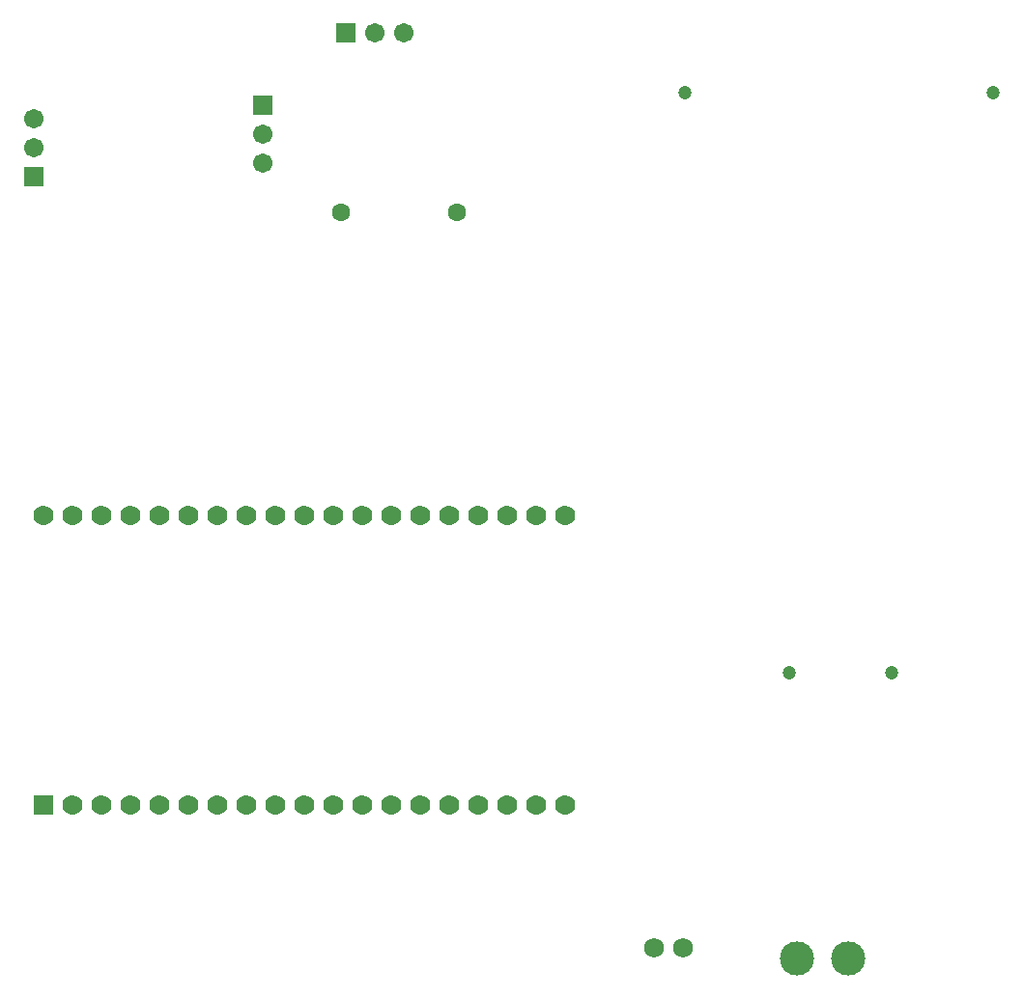
<source format=gbr>
%TF.GenerationSoftware,Altium Limited,Altium Designer,21.5.1 (32)*%
G04 Layer_Color=16711935*
%FSLAX45Y45*%
%MOMM*%
%TF.SameCoordinates,A9F9FA6B-86CD-4015-A2B0-A9C131C7035F*%
%TF.FilePolarity,Negative*%
%TF.FileFunction,Soldermask,Bot*%
%TF.Part,Single*%
G01*
G75*
%TA.AperFunction,ComponentPad*%
%ADD22C,1.20320*%
%ADD23C,3.00320*%
%ADD24C,1.72720*%
%ADD25R,1.70320X1.70320*%
%ADD26C,1.70320*%
%ADD27R,1.70320X1.70320*%
%ADD28R,1.76320X1.76320*%
%ADD29C,1.76320*%
%ADD30C,1.60320*%
D22*
X14994780Y5895380D02*
D03*
X14094780D02*
D03*
X15887700Y10985500D02*
D03*
X13187700D02*
D03*
D23*
X14166901Y3390900D02*
D03*
X14617700D02*
D03*
D24*
X13169901Y3479800D02*
D03*
X12915900D02*
D03*
D25*
X7480300Y10248900D02*
D03*
X9486900Y10871200D02*
D03*
D26*
X7480300Y10502900D02*
D03*
Y10756900D02*
D03*
X10464800Y11506200D02*
D03*
X10718800D02*
D03*
X9486900Y10617200D02*
D03*
Y10363200D02*
D03*
D27*
X10210800Y11506200D02*
D03*
D28*
X7561700Y4737100D02*
D03*
D29*
X7815700D02*
D03*
X12133700D02*
D03*
X8069700D02*
D03*
X8323700D02*
D03*
X8577700D02*
D03*
X8831700D02*
D03*
X9085700D02*
D03*
X9339700D02*
D03*
X9593700D02*
D03*
X9847700D02*
D03*
X10101700D02*
D03*
X10355700D02*
D03*
X10609700D02*
D03*
X10863700D02*
D03*
X11117700D02*
D03*
X11371700D02*
D03*
X11625700D02*
D03*
X11879700D02*
D03*
X7561700Y7277100D02*
D03*
X7815700D02*
D03*
X8069700D02*
D03*
X8323700D02*
D03*
X8577700D02*
D03*
X8831700D02*
D03*
X9085700D02*
D03*
X9339700D02*
D03*
X9593700D02*
D03*
X9847700D02*
D03*
X10101700D02*
D03*
X10355700D02*
D03*
X10609700D02*
D03*
X10863700D02*
D03*
X11117700D02*
D03*
X11371700D02*
D03*
X11625700D02*
D03*
X11879700D02*
D03*
X12133700D02*
D03*
D30*
X10172700Y9931400D02*
D03*
X11188700D02*
D03*
%TF.MD5,0138388f99e24b0704d0e6a25e97ad96*%
M02*

</source>
